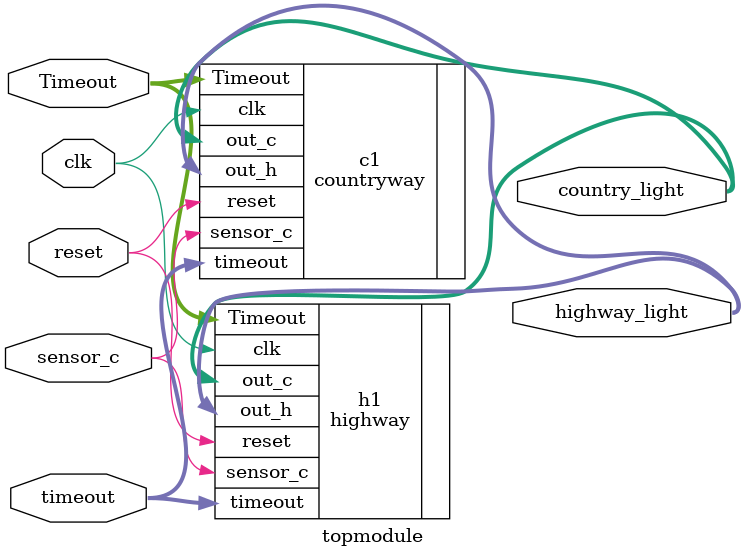
<source format=v>
module topmodule(input clk,
			  input sensor_c,
			  input [6:0] Timeout,
			  input [3:0] timeout,
			  input reset,
			  output [2:0] highway_light,
			  output [2:0] country_light);
countryway c1(
.clk(clk),
.sensor_c(sensor_c),
.Timeout(Timeout),
.timeout(timeout),
.reset(reset),
.out_h(highway_light),
.out_c(country_light));
highway h1(
.clk(clk),
.sensor_c(sensor_c),
.Timeout(Timeout),
.timeout(timeout),
.reset(reset),
.out_h(highway_light),
.out_c(country_light));
endmodule

</source>
